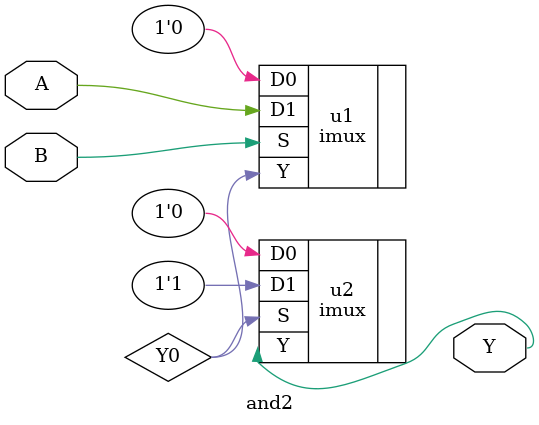
<source format=v>
`timescale 1ns/100ps

module and2(A, B, Y);
  input A, B;
  
  output Y;
  
  wire Y0;
  
  imux u1 (.S(B), .D0(1'b0), .D1(A), .Y(Y0));
  imux u2 (.S(Y0), .D0(1'b0), .D1(1'b1), .Y(Y));  

endmodule
</source>
